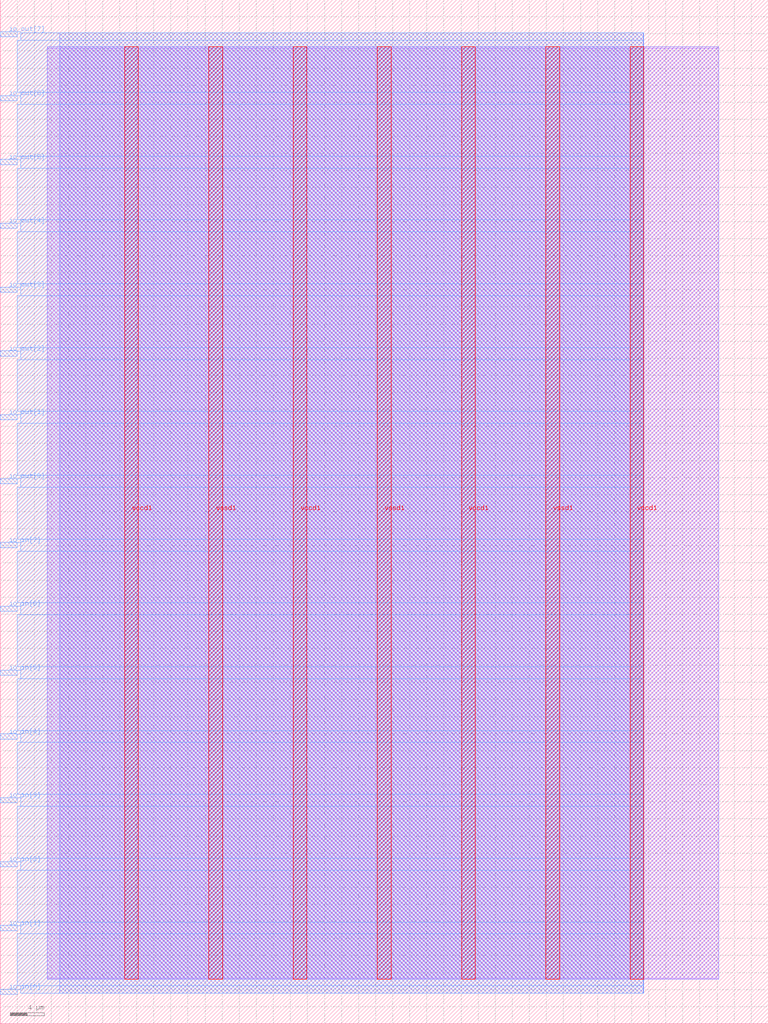
<source format=lef>
VERSION 5.7 ;
  NOWIREEXTENSIONATPIN ON ;
  DIVIDERCHAR "/" ;
  BUSBITCHARS "[]" ;
MACRO user_module_347787021138264660
  CLASS BLOCK ;
  FOREIGN user_module_347787021138264660 ;
  ORIGIN 0.000 0.000 ;
  SIZE 90.000 BY 120.000 ;
  PIN io_in[0]
    DIRECTION INPUT ;
    USE SIGNAL ;
    PORT
      LAYER met3 ;
        RECT 0.000 3.440 2.000 4.040 ;
    END
  END io_in[0]
  PIN io_in[1]
    DIRECTION INPUT ;
    USE SIGNAL ;
    PORT
      LAYER met3 ;
        RECT 0.000 10.920 2.000 11.520 ;
    END
  END io_in[1]
  PIN io_in[2]
    DIRECTION INPUT ;
    USE SIGNAL ;
    PORT
      LAYER met3 ;
        RECT 0.000 18.400 2.000 19.000 ;
    END
  END io_in[2]
  PIN io_in[3]
    DIRECTION INPUT ;
    USE SIGNAL ;
    PORT
      LAYER met3 ;
        RECT 0.000 25.880 2.000 26.480 ;
    END
  END io_in[3]
  PIN io_in[4]
    DIRECTION INPUT ;
    USE SIGNAL ;
    PORT
      LAYER met3 ;
        RECT 0.000 33.360 2.000 33.960 ;
    END
  END io_in[4]
  PIN io_in[5]
    DIRECTION INPUT ;
    USE SIGNAL ;
    PORT
      LAYER met3 ;
        RECT 0.000 40.840 2.000 41.440 ;
    END
  END io_in[5]
  PIN io_in[6]
    DIRECTION INPUT ;
    USE SIGNAL ;
    PORT
      LAYER met3 ;
        RECT 0.000 48.320 2.000 48.920 ;
    END
  END io_in[6]
  PIN io_in[7]
    DIRECTION INPUT ;
    USE SIGNAL ;
    PORT
      LAYER met3 ;
        RECT 0.000 55.800 2.000 56.400 ;
    END
  END io_in[7]
  PIN io_out[0]
    DIRECTION OUTPUT TRISTATE ;
    USE SIGNAL ;
    PORT
      LAYER met3 ;
        RECT 0.000 63.280 2.000 63.880 ;
    END
  END io_out[0]
  PIN io_out[1]
    DIRECTION OUTPUT TRISTATE ;
    USE SIGNAL ;
    PORT
      LAYER met3 ;
        RECT 0.000 70.760 2.000 71.360 ;
    END
  END io_out[1]
  PIN io_out[2]
    DIRECTION OUTPUT TRISTATE ;
    USE SIGNAL ;
    PORT
      LAYER met3 ;
        RECT 0.000 78.240 2.000 78.840 ;
    END
  END io_out[2]
  PIN io_out[3]
    DIRECTION OUTPUT TRISTATE ;
    USE SIGNAL ;
    PORT
      LAYER met3 ;
        RECT 0.000 85.720 2.000 86.320 ;
    END
  END io_out[3]
  PIN io_out[4]
    DIRECTION OUTPUT TRISTATE ;
    USE SIGNAL ;
    PORT
      LAYER met3 ;
        RECT 0.000 93.200 2.000 93.800 ;
    END
  END io_out[4]
  PIN io_out[5]
    DIRECTION OUTPUT TRISTATE ;
    USE SIGNAL ;
    PORT
      LAYER met3 ;
        RECT 0.000 100.680 2.000 101.280 ;
    END
  END io_out[5]
  PIN io_out[6]
    DIRECTION OUTPUT TRISTATE ;
    USE SIGNAL ;
    PORT
      LAYER met3 ;
        RECT 0.000 108.160 2.000 108.760 ;
    END
  END io_out[6]
  PIN io_out[7]
    DIRECTION OUTPUT TRISTATE ;
    USE SIGNAL ;
    PORT
      LAYER met3 ;
        RECT 0.000 115.640 2.000 116.240 ;
    END
  END io_out[7]
  PIN vccd1
    DIRECTION INOUT ;
    USE POWER ;
    PORT
      LAYER met4 ;
        RECT 14.590 5.200 16.190 114.480 ;
    END
    PORT
      LAYER met4 ;
        RECT 34.330 5.200 35.930 114.480 ;
    END
    PORT
      LAYER met4 ;
        RECT 54.070 5.200 55.670 114.480 ;
    END
    PORT
      LAYER met4 ;
        RECT 73.810 5.200 75.410 114.480 ;
    END
  END vccd1
  PIN vssd1
    DIRECTION INOUT ;
    USE GROUND ;
    PORT
      LAYER met4 ;
        RECT 24.460 5.200 26.060 114.480 ;
    END
    PORT
      LAYER met4 ;
        RECT 44.200 5.200 45.800 114.480 ;
    END
    PORT
      LAYER met4 ;
        RECT 63.940 5.200 65.540 114.480 ;
    END
  END vssd1
  OBS
      LAYER li1 ;
        RECT 5.520 5.355 84.180 114.325 ;
      LAYER met1 ;
        RECT 5.520 5.200 84.180 114.480 ;
      LAYER met2 ;
        RECT 6.990 3.555 75.380 116.125 ;
      LAYER met3 ;
        RECT 2.400 115.240 75.400 116.105 ;
        RECT 2.000 109.160 75.400 115.240 ;
        RECT 2.400 107.760 75.400 109.160 ;
        RECT 2.000 101.680 75.400 107.760 ;
        RECT 2.400 100.280 75.400 101.680 ;
        RECT 2.000 94.200 75.400 100.280 ;
        RECT 2.400 92.800 75.400 94.200 ;
        RECT 2.000 86.720 75.400 92.800 ;
        RECT 2.400 85.320 75.400 86.720 ;
        RECT 2.000 79.240 75.400 85.320 ;
        RECT 2.400 77.840 75.400 79.240 ;
        RECT 2.000 71.760 75.400 77.840 ;
        RECT 2.400 70.360 75.400 71.760 ;
        RECT 2.000 64.280 75.400 70.360 ;
        RECT 2.400 62.880 75.400 64.280 ;
        RECT 2.000 56.800 75.400 62.880 ;
        RECT 2.400 55.400 75.400 56.800 ;
        RECT 2.000 49.320 75.400 55.400 ;
        RECT 2.400 47.920 75.400 49.320 ;
        RECT 2.000 41.840 75.400 47.920 ;
        RECT 2.400 40.440 75.400 41.840 ;
        RECT 2.000 34.360 75.400 40.440 ;
        RECT 2.400 32.960 75.400 34.360 ;
        RECT 2.000 26.880 75.400 32.960 ;
        RECT 2.400 25.480 75.400 26.880 ;
        RECT 2.000 19.400 75.400 25.480 ;
        RECT 2.400 18.000 75.400 19.400 ;
        RECT 2.000 11.920 75.400 18.000 ;
        RECT 2.400 10.520 75.400 11.920 ;
        RECT 2.000 4.440 75.400 10.520 ;
        RECT 2.400 3.575 75.400 4.440 ;
  END
END user_module_347787021138264660
END LIBRARY


</source>
